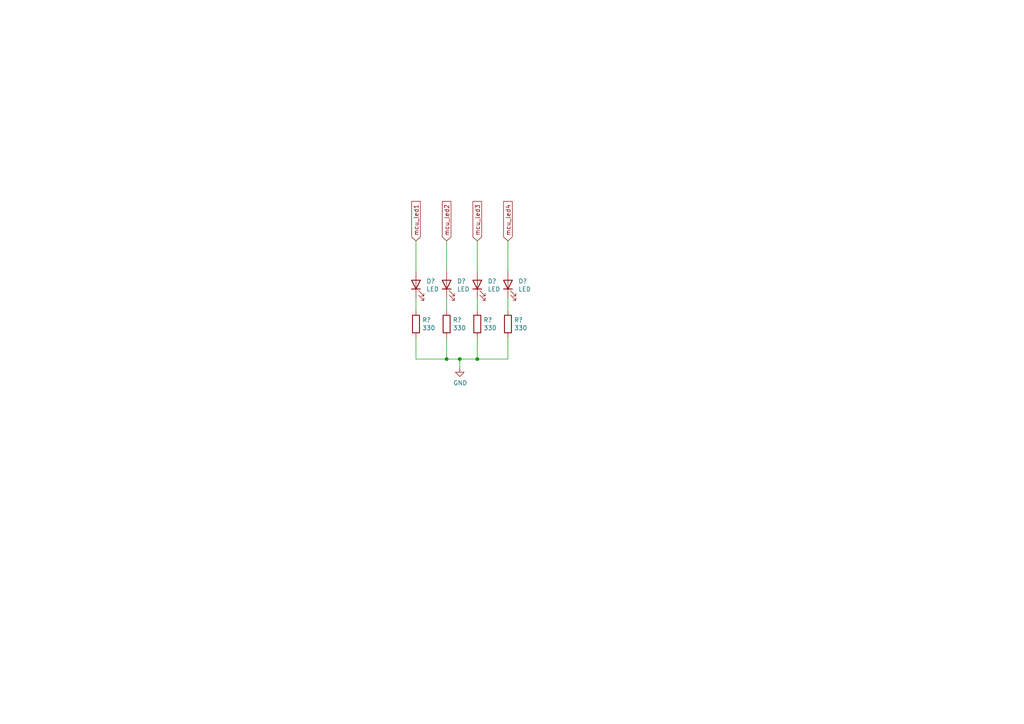
<source format=kicad_sch>
(kicad_sch (version 20211123) (generator eeschema)
  (paper "A4")
  (lib_symbols
    (symbol "Device:LED" (pin_numbers hide) (pin_names (offset 1.016) hide)
      (property "Reference" "D" (at 0 2.54 0))
      (property "Value" "LED" (at 0 -2.54 0))
      (symbol "LED_0_1"
        (polyline (pts (xy -1.27 -1.27) (xy -1.27 1.27)) (stroke (width 0.254)))
        (polyline (pts (xy -1.27 0) (xy 1.27 0)))
        (polyline (pts (xy 1.27 -1.27) (xy 1.27 1.27) (xy -1.27 0) (xy 1.27 -1.27)) (stroke (width 0.254)))
        (polyline (pts (xy -3.048 -0.762) (xy -4.572 -2.286) (xy -3.81 -2.286) (xy -4.572 -2.286) (xy -4.572 -1.524)))
        (polyline (pts (xy -1.778 -0.762) (xy -3.302 -2.286) (xy -2.54 -2.286) (xy -3.302 -2.286) (xy -3.302 -1.524)))
      )
      (symbol "LED_1_1"
        (pin passive line (at -3.81 0 0) (length 2.54) (name "K") (number "1"))
        (pin passive line (at 3.81 0 180) (length 2.54) (name "A") (number "2"))
      )
    )
    (symbol "Device:R" (pin_numbers hide) (pin_names (offset 0))
      (property "Reference" "R" (at 2.032 0 90))
      (property "Value" "R" (at 0 0 90))
      (symbol "R_0_1"
        (rectangle (start -1.016 -2.54) (end 1.016 2.54) (stroke (width 0.254)))
      )
      (symbol "R_1_1"
        (pin passive line (at 0 3.81 270) (length 1.27) (name "~") (number "1"))
        (pin passive line (at 0 -3.81 90) (length 1.27) (name "~") (number "2"))
      )
    )
    (symbol "power:GND" (power) (pin_names (offset 0))
      (property "Value" "GND" (at 0 -3.81 0))
      (symbol "GND_0_1"
        (polyline (pts (xy 0 0) (xy 0 -1.27) (xy 1.27 -1.27) (xy 0 -2.54) (xy -1.27 -1.27) (xy 0 -1.27)))
      )
      (symbol "GND_1_1"
        (pin power_in line (at 0 0 270) (length 0) hide (name "GND") (number "1"))
      )
    )
  )
  (junction (at 138.43 104.14))
  (junction (at 129.54 104.14))
  (junction (at 133.35 104.14))
  (wire (pts (xy 138.43 104.14) (xy 133.35 104.14)))
  (wire (pts (xy 138.43 90.17) (xy 138.43 86.36)))
  (wire (pts (xy 129.54 78.74) (xy 129.54 69.85)))
  (wire (pts (xy 133.35 104.14) (xy 133.35 106.68)))
  (wire (pts (xy 147.32 78.74) (xy 147.32 69.85)))
  (wire (pts (xy 129.54 97.79) (xy 129.54 104.14)))
  (wire (pts (xy 147.32 90.17) (xy 147.32 86.36)))
  (wire (pts (xy 120.65 78.74) (xy 120.65 69.85)))
  (wire (pts (xy 120.65 104.14) (xy 129.54 104.14)))
  (wire (pts (xy 147.32 104.14) (xy 138.43 104.14)))
  (wire (pts (xy 138.43 97.79) (xy 138.43 104.14)))
  (wire (pts (xy 120.65 90.17) (xy 120.65 86.36)))
  (wire (pts (xy 120.65 97.79) (xy 120.65 104.14)))
  (wire (pts (xy 129.54 104.14) (xy 133.35 104.14)))
  (wire (pts (xy 129.54 90.17) (xy 129.54 86.36)))
  (wire (pts (xy 147.32 97.79) (xy 147.32 104.14)))
  (wire (pts (xy 138.43 78.74) (xy 138.43 69.85)))
  (global_label "mcu_led4" (shape input) (at 147.32 69.85 90) (property "Intersheet References" "${INTERSHEET_REFS}" (effects hide)))
  (global_label "mcu_led3" (shape input) (at 138.43 69.85 90) (property "Intersheet References" "${INTERSHEET_REFS}" (effects hide)))
  (global_label "mcu_led2" (shape input) (at 129.54 69.85 90) (property "Intersheet References" "${INTERSHEET_REFS}" (effects hide)))
  (global_label "mcu_led1" (shape input) (at 120.65 69.85 90) (property "Intersheet References" "${INTERSHEET_REFS}" (effects hide)))
  (symbol (lib_id "Device:R") (at 120.65 93.98 0) (unit 1)
    (property "Reference" "R?" (at 122.428 92.8116 0) (effects (justify left)))
    (property "Value" "330" (at 122.428 95.123 0) (effects (justify left)))
    (property "Footprint" "Resistor_SMD:R_2512_6332Metric_Pad1.40x3.35mm_HandSolder" (effects hide))
    (property "Datasheet" "https://www.seielect.com/catalog/sei-rhc.pdf" (effects hide))
    (property "Component name" "RHC2512FT330R" (effects hide))
    (property "DK_Detail_Page" "https://www.digikey.no/product-detail/no/stackpole-electronics-inc/RHC2512FT330R/RHC2512FT330RCT-ND/1646222" (effects hide))
  )
  (symbol (lib_id "Device:LED") (at 120.65 82.55 90) (unit 1)
    (property "Reference" "D?" (at 123.6472 81.5594 90) (effects (justify right)))
    (property "Value" "LED" (at 123.6472 83.8708 90) (effects (justify right)))
    (property "Footprint" "LED_SMD:LED_1206_3216Metric_Pad1.42x1.75mm_HandSolder" (effects hide))
    (property "Component name" "150120BS75000" (effects hide))
    (property "DK_Detail_Page" "https://www.digikey.no/product-detail/no/w%C3%BCrth-elektronik/150120BS75000/732-4989-1-ND/4489931" (effects hide))
  )
  (symbol (lib_id "Device:LED") (at 129.54 82.55 90) (unit 1)
    (property "Reference" "D?" (at 132.5372 81.5594 90) (effects (justify right)))
    (property "Value" "LED" (at 132.5372 83.8708 90) (effects (justify right)))
    (property "Footprint" "LED_SMD:LED_1206_3216Metric_Pad1.42x1.75mm_HandSolder" (effects hide))
    (property "Component name" "150120BS75000" (effects hide))
    (property "DK_Detail_Page" "https://www.digikey.no/product-detail/no/w%C3%BCrth-elektronik/150120BS75000/732-4989-1-ND/4489931" (effects hide))
  )
  (symbol (lib_id "Device:R") (at 138.43 93.98 0) (unit 1)
    (property "Reference" "R?" (at 140.208 92.8116 0) (effects (justify left)))
    (property "Value" "330" (at 140.208 95.123 0) (effects (justify left)))
    (property "Footprint" "Resistor_SMD:R_2512_6332Metric_Pad1.40x3.35mm_HandSolder" (effects hide))
    (property "Datasheet" "https://www.seielect.com/catalog/sei-rhc.pdf" (effects hide))
    (property "Component name" "RHC2512FT330R" (effects hide))
    (property "DK_Detail_Page" "https://www.digikey.no/product-detail/no/stackpole-electronics-inc/RHC2512FT330R/RHC2512FT330RCT-ND/1646222" (effects hide))
  )
  (symbol (lib_id "Device:LED") (at 147.32 82.55 90) (unit 1)
    (property "Reference" "D?" (at 150.3172 81.5594 90) (effects (justify right)))
    (property "Value" "LED" (at 150.3172 83.8708 90) (effects (justify right)))
    (property "Footprint" "LED_SMD:LED_1206_3216Metric_Pad1.42x1.75mm_HandSolder" (effects hide))
    (property "Component name" "150120BS75000" (effects hide))
    (property "DK_Detail_Page" "https://www.digikey.no/product-detail/no/w%C3%BCrth-elektronik/150120BS75000/732-4989-1-ND/4489931" (effects hide))
  )
  (symbol (lib_id "power:GND") (at 133.35 106.68 0) (unit 1)
    (property "Reference" "#PWR?" (effects hide))
    (property "Value" "GND" (at 133.477 111.0742 0))
  )
  (symbol (lib_id "Device:R") (at 147.32 93.98 0) (unit 1)
    (property "Reference" "R?" (at 149.098 92.8116 0) (effects (justify left)))
    (property "Value" "330" (at 149.098 95.123 0) (effects (justify left)))
    (property "Footprint" "Resistor_SMD:R_2512_6332Metric_Pad1.40x3.35mm_HandSolder" (effects hide))
    (property "Datasheet" "https://www.seielect.com/catalog/sei-rhc.pdf" (effects hide))
    (property "Component name" "RHC2512FT330R" (effects hide))
    (property "DK_Detail_Page" "https://www.digikey.no/product-detail/no/stackpole-electronics-inc/RHC2512FT330R/RHC2512FT330RCT-ND/1646222" (effects hide))
  )
  (symbol (lib_id "Device:LED") (at 138.43 82.55 90) (unit 1)
    (property "Reference" "D?" (at 141.4272 81.5594 90) (effects (justify right)))
    (property "Value" "LED" (at 141.4272 83.8708 90) (effects (justify right)))
    (property "Footprint" "LED_SMD:LED_1206_3216Metric_Pad1.42x1.75mm_HandSolder" (effects hide))
    (property "Component name" "150120BS75000" (effects hide))
    (property "DK_Detail_Page" "https://www.digikey.no/product-detail/no/w%C3%BCrth-elektronik/150120BS75000/732-4989-1-ND/4489931" (effects hide))
  )
  (symbol (lib_id "Device:R") (at 129.54 93.98 0) (unit 1)
    (property "Reference" "R?" (at 131.318 92.8116 0) (effects (justify left)))
    (property "Value" "330" (at 131.318 95.123 0) (effects (justify left)))
    (property "Footprint" "Resistor_SMD:R_2512_6332Metric_Pad1.40x3.35mm_HandSolder" (effects hide))
    (property "Datasheet" "https://www.seielect.com/catalog/sei-rhc.pdf" (effects hide))
    (property "Component name" "RHC2512FT330R" (effects hide))
    (property "DK_Detail_Page" "https://www.digikey.no/product-detail/no/stackpole-electronics-inc/RHC2512FT330R/RHC2512FT330RCT-ND/1646222" (effects hide))
  )
)
</source>
